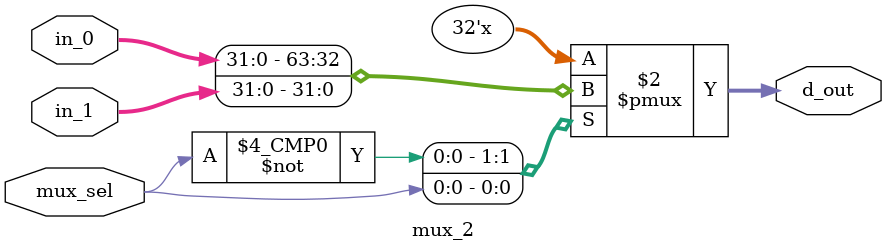
<source format=sv>
module mux_2 #(
    parameter DATA_WIDTH = 32
) (
    input   logic                   mux_sel,
    input   logic [DATA_WIDTH-1:0]  in_0,
    input   logic [DATA_WIDTH-1:0]  in_1,
    output  logic [DATA_WIDTH-1:0]  d_out
);

    always_comb begin
        case(mux_sel)
            1'b0: d_out = in_0;
            1'b1: d_out = in_1;
            default: d_out = in_0;
        endcase
    end
    
endmodule
</source>
